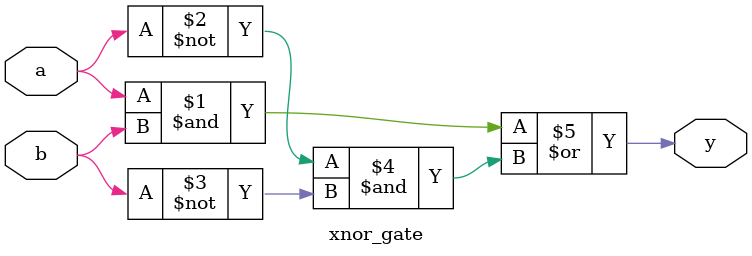
<source format=sv>
`timescale 1ns / 1ps


module xnor_gate(a,b,y);
    input a; 
    input b; 
    output y;
assign y = (a&b) | (~a&~b);
endmodule

</source>
